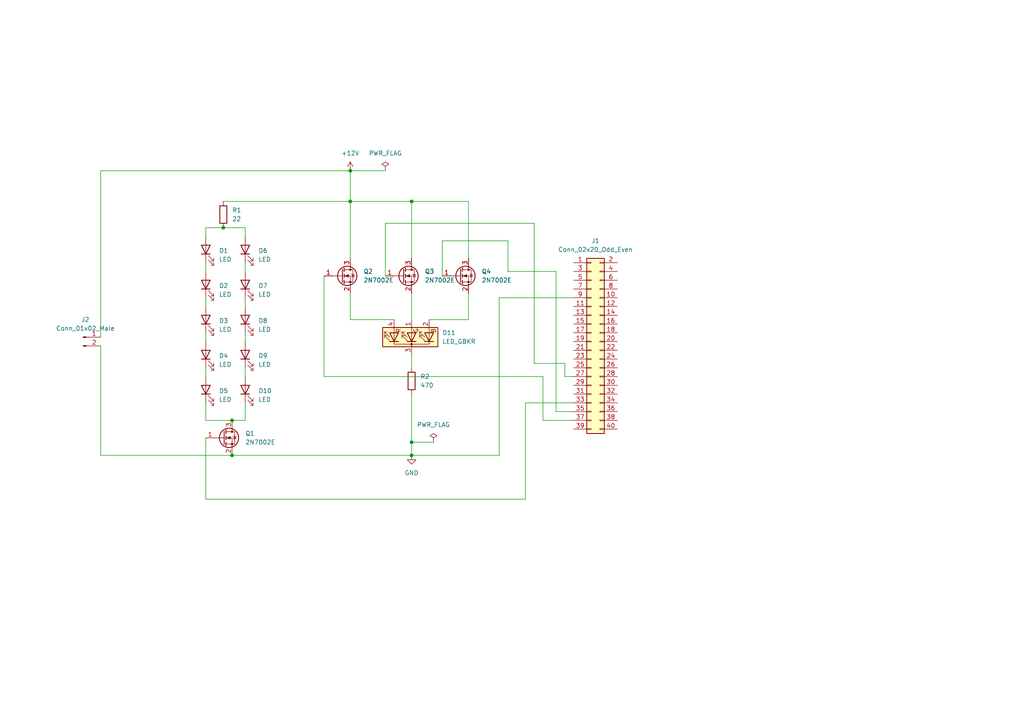
<source format=kicad_sch>
(kicad_sch (version 20211123) (generator eeschema)
  (paper "A4")
  (lib_symbols
    (symbol "Connector:Conn_01x02_Male" (pin_names (offset 1.016) hide)
      (property "Reference" "J" (at 0 2.54 0))
      (property "Value" "Conn_01x02_Male" (at 0 -5.08 0))
      (symbol "Conn_01x02_Male_1_1"
        (polyline (pts (xy 1.27 -2.54) (xy 0.8636 -2.54)) (stroke (width 0.1524)))
        (polyline (pts (xy 1.27 0) (xy 0.8636 0)) (stroke (width 0.1524)))
        (rectangle (start 0.8636 -2.413) (end 0 -2.667) (stroke (width 0.1524)) (fill (type outline)))
        (rectangle (start 0.8636 0.127) (end 0 -0.127) (stroke (width 0.1524)) (fill (type outline)))
        (pin passive line (at 5.08 0 180) (length 3.81) (name "Pin_1") (number "1"))
        (pin passive line (at 5.08 -2.54 180) (length 3.81) (name "Pin_2") (number "2"))
      )
    )
    (symbol "Connector_Generic:Conn_02x20_Odd_Even" (pin_names (offset 1.016) hide)
      (property "Reference" "J" (at 1.27 25.4 0))
      (property "Value" "Conn_02x20_Odd_Even" (at 1.27 -27.94 0))
      (symbol "Conn_02x20_Odd_Even_1_1"
        (rectangle (start -1.27 -25.273) (end 0 -25.527) (stroke (width 0.1524)))
        (rectangle (start -1.27 -22.733) (end 0 -22.987) (stroke (width 0.1524)))
        (rectangle (start -1.27 -20.193) (end 0 -20.447) (stroke (width 0.1524)))
        (rectangle (start -1.27 -17.653) (end 0 -17.907) (stroke (width 0.1524)))
        (rectangle (start -1.27 -15.113) (end 0 -15.367) (stroke (width 0.1524)))
        (rectangle (start -1.27 -12.573) (end 0 -12.827) (stroke (width 0.1524)))
        (rectangle (start -1.27 -10.033) (end 0 -10.287) (stroke (width 0.1524)))
        (rectangle (start -1.27 -7.493) (end 0 -7.747) (stroke (width 0.1524)))
        (rectangle (start -1.27 -4.953) (end 0 -5.207) (stroke (width 0.1524)))
        (rectangle (start -1.27 -2.413) (end 0 -2.667) (stroke (width 0.1524)))
        (rectangle (start -1.27 0.127) (end 0 -0.127) (stroke (width 0.1524)))
        (rectangle (start -1.27 2.667) (end 0 2.413) (stroke (width 0.1524)))
        (rectangle (start -1.27 5.207) (end 0 4.953) (stroke (width 0.1524)))
        (rectangle (start -1.27 7.747) (end 0 7.493) (stroke (width 0.1524)))
        (rectangle (start -1.27 10.287) (end 0 10.033) (stroke (width 0.1524)))
        (rectangle (start -1.27 12.827) (end 0 12.573) (stroke (width 0.1524)))
        (rectangle (start -1.27 15.367) (end 0 15.113) (stroke (width 0.1524)))
        (rectangle (start -1.27 17.907) (end 0 17.653) (stroke (width 0.1524)))
        (rectangle (start -1.27 20.447) (end 0 20.193) (stroke (width 0.1524)))
        (rectangle (start -1.27 22.987) (end 0 22.733) (stroke (width 0.1524)))
        (rectangle (start -1.27 24.13) (end 3.81 -26.67) (stroke (width 0.254)) (fill (type background)))
        (rectangle (start 3.81 -25.273) (end 2.54 -25.527) (stroke (width 0.1524)))
        (rectangle (start 3.81 -22.733) (end 2.54 -22.987) (stroke (width 0.1524)))
        (rectangle (start 3.81 -20.193) (end 2.54 -20.447) (stroke (width 0.1524)))
        (rectangle (start 3.81 -17.653) (end 2.54 -17.907) (stroke (width 0.1524)))
        (rectangle (start 3.81 -15.113) (end 2.54 -15.367) (stroke (width 0.1524)))
        (rectangle (start 3.81 -12.573) (end 2.54 -12.827) (stroke (width 0.1524)))
        (rectangle (start 3.81 -10.033) (end 2.54 -10.287) (stroke (width 0.1524)))
        (rectangle (start 3.81 -7.493) (end 2.54 -7.747) (stroke (width 0.1524)))
        (rectangle (start 3.81 -4.953) (end 2.54 -5.207) (stroke (width 0.1524)))
        (rectangle (start 3.81 -2.413) (end 2.54 -2.667) (stroke (width 0.1524)))
        (rectangle (start 3.81 0.127) (end 2.54 -0.127) (stroke (width 0.1524)))
        (rectangle (start 3.81 2.667) (end 2.54 2.413) (stroke (width 0.1524)))
        (rectangle (start 3.81 5.207) (end 2.54 4.953) (stroke (width 0.1524)))
        (rectangle (start 3.81 7.747) (end 2.54 7.493) (stroke (width 0.1524)))
        (rectangle (start 3.81 10.287) (end 2.54 10.033) (stroke (width 0.1524)))
        (rectangle (start 3.81 12.827) (end 2.54 12.573) (stroke (width 0.1524)))
        (rectangle (start 3.81 15.367) (end 2.54 15.113) (stroke (width 0.1524)))
        (rectangle (start 3.81 17.907) (end 2.54 17.653) (stroke (width 0.1524)))
        (rectangle (start 3.81 20.447) (end 2.54 20.193) (stroke (width 0.1524)))
        (rectangle (start 3.81 22.987) (end 2.54 22.733) (stroke (width 0.1524)))
        (pin passive line (at -5.08 22.86 0) (length 3.81) (name "Pin_1") (number "1"))
        (pin passive line (at 7.62 12.7 180) (length 3.81) (name "Pin_10") (number "10"))
        (pin passive line (at -5.08 10.16 0) (length 3.81) (name "Pin_11") (number "11"))
        (pin passive line (at 7.62 10.16 180) (length 3.81) (name "Pin_12") (number "12"))
        (pin passive line (at -5.08 7.62 0) (length 3.81) (name "Pin_13") (number "13"))
        (pin passive line (at 7.62 7.62 180) (length 3.81) (name "Pin_14") (number "14"))
        (pin passive line (at -5.08 5.08 0) (length 3.81) (name "Pin_15") (number "15"))
        (pin passive line (at 7.62 5.08 180) (length 3.81) (name "Pin_16") (number "16"))
        (pin passive line (at -5.08 2.54 0) (length 3.81) (name "Pin_17") (number "17"))
        (pin passive line (at 7.62 2.54 180) (length 3.81) (name "Pin_18") (number "18"))
        (pin passive line (at -5.08 0 0) (length 3.81) (name "Pin_19") (number "19"))
        (pin passive line (at 7.62 22.86 180) (length 3.81) (name "Pin_2") (number "2"))
        (pin passive line (at 7.62 0 180) (length 3.81) (name "Pin_20") (number "20"))
        (pin passive line (at -5.08 -2.54 0) (length 3.81) (name "Pin_21") (number "21"))
        (pin passive line (at 7.62 -2.54 180) (length 3.81) (name "Pin_22") (number "22"))
        (pin passive line (at -5.08 -5.08 0) (length 3.81) (name "Pin_23") (number "23"))
        (pin passive line (at 7.62 -5.08 180) (length 3.81) (name "Pin_24") (number "24"))
        (pin passive line (at -5.08 -7.62 0) (length 3.81) (name "Pin_25") (number "25"))
        (pin passive line (at 7.62 -7.62 180) (length 3.81) (name "Pin_26") (number "26"))
        (pin passive line (at -5.08 -10.16 0) (length 3.81) (name "Pin_27") (number "27"))
        (pin passive line (at 7.62 -10.16 180) (length 3.81) (name "Pin_28") (number "28"))
        (pin passive line (at -5.08 -12.7 0) (length 3.81) (name "Pin_29") (number "29"))
        (pin passive line (at -5.08 20.32 0) (length 3.81) (name "Pin_3") (number "3"))
        (pin passive line (at 7.62 -12.7 180) (length 3.81) (name "Pin_30") (number "30"))
        (pin passive line (at -5.08 -15.24 0) (length 3.81) (name "Pin_31") (number "31"))
        (pin passive line (at 7.62 -15.24 180) (length 3.81) (name "Pin_32") (number "32"))
        (pin passive line (at -5.08 -17.78 0) (length 3.81) (name "Pin_33") (number "33"))
        (pin passive line (at 7.62 -17.78 180) (length 3.81) (name "Pin_34") (number "34"))
        (pin passive line (at -5.08 -20.32 0) (length 3.81) (name "Pin_35") (number "35"))
        (pin passive line (at 7.62 -20.32 180) (length 3.81) (name "Pin_36") (number "36"))
        (pin passive line (at -5.08 -22.86 0) (length 3.81) (name "Pin_37") (number "37"))
        (pin passive line (at 7.62 -22.86 180) (length 3.81) (name "Pin_38") (number "38"))
        (pin passive line (at -5.08 -25.4 0) (length 3.81) (name "Pin_39") (number "39"))
        (pin passive line (at 7.62 20.32 180) (length 3.81) (name "Pin_4") (number "4"))
        (pin passive line (at 7.62 -25.4 180) (length 3.81) (name "Pin_40") (number "40"))
        (pin passive line (at -5.08 17.78 0) (length 3.81) (name "Pin_5") (number "5"))
        (pin passive line (at 7.62 17.78 180) (length 3.81) (name "Pin_6") (number "6"))
        (pin passive line (at -5.08 15.24 0) (length 3.81) (name "Pin_7") (number "7"))
        (pin passive line (at 7.62 15.24 180) (length 3.81) (name "Pin_8") (number "8"))
        (pin passive line (at -5.08 12.7 0) (length 3.81) (name "Pin_9") (number "9"))
      )
    )
    (symbol "Device:LED" (pin_numbers hide) (pin_names (offset 1.016) hide)
      (property "Reference" "D" (at 0 2.54 0))
      (property "Value" "LED" (at 0 -2.54 0))
      (symbol "LED_0_1"
        (polyline (pts (xy -1.27 -1.27) (xy -1.27 1.27)) (stroke (width 0.254)))
        (polyline (pts (xy -1.27 0) (xy 1.27 0)))
        (polyline (pts (xy 1.27 -1.27) (xy 1.27 1.27) (xy -1.27 0) (xy 1.27 -1.27)) (stroke (width 0.254)))
        (polyline (pts (xy -3.048 -0.762) (xy -4.572 -2.286) (xy -3.81 -2.286) (xy -4.572 -2.286) (xy -4.572 -1.524)))
        (polyline (pts (xy -1.778 -0.762) (xy -3.302 -2.286) (xy -2.54 -2.286) (xy -3.302 -2.286) (xy -3.302 -1.524)))
      )
      (symbol "LED_1_1"
        (pin passive line (at -3.81 0 0) (length 2.54) (name "K") (number "1"))
        (pin passive line (at 3.81 0 180) (length 2.54) (name "A") (number "2"))
      )
    )
    (symbol "Device:LED_GBKR" (pin_names (offset 0) hide)
      (property "Reference" "D" (at 0 9.398 0))
      (property "Value" "LED_GBKR" (at 0 -8.89 0))
      (symbol "LED_GBKR_0_0"
        (text "B" (at 1.905 -6.35 0) (effects (font (size 1.27 1.27))))
        (text "G" (at 1.905 -1.27 0) (effects (font (size 1.27 1.27))))
        (text "R" (at 1.905 3.81 0) (effects (font (size 1.27 1.27))))
      )
      (symbol "LED_GBKR_0_1"
        (circle (center -2.032 0) (radius 0.254) (fill (type outline)))
        (polyline (pts (xy -1.27 -5.08) (xy 1.27 -5.08)))
        (polyline (pts (xy -1.27 -3.81) (xy -1.27 -6.35)) (stroke (width 0.254)))
        (polyline (pts (xy -1.27 0) (xy -2.54 0)))
        (polyline (pts (xy -1.27 1.27) (xy -1.27 -1.27)) (stroke (width 0.254)))
        (polyline (pts (xy -1.27 5.08) (xy 1.27 5.08)))
        (polyline (pts (xy -1.27 6.35) (xy -1.27 3.81)) (stroke (width 0.254)))
        (polyline (pts (xy 1.27 -5.08) (xy 2.54 -5.08)))
        (polyline (pts (xy 1.27 0) (xy -1.27 0)))
        (polyline (pts (xy 1.27 0) (xy 2.54 0)))
        (polyline (pts (xy 1.27 5.08) (xy 2.54 5.08)))
        (polyline (pts (xy -1.27 1.27) (xy -1.27 -1.27) (xy -1.27 -1.27)))
        (polyline (pts (xy -1.27 6.35) (xy -1.27 3.81) (xy -1.27 3.81)))
        (polyline (pts (xy -1.27 5.08) (xy -2.032 5.08) (xy -2.032 -5.08) (xy -1.016 -5.08)))
        (polyline (pts (xy 1.27 -3.81) (xy 1.27 -6.35) (xy -1.27 -5.08) (xy 1.27 -3.81)) (stroke (width 0.254)))
        (polyline (pts (xy 1.27 1.27) (xy 1.27 -1.27) (xy -1.27 0) (xy 1.27 1.27)) (stroke (width 0.254)))
        (polyline (pts (xy 1.27 6.35) (xy 1.27 3.81) (xy -1.27 5.08) (xy 1.27 6.35)) (stroke (width 0.254)))
        (polyline (pts (xy -1.016 -3.81) (xy 0.508 -2.286) (xy -0.254 -2.286) (xy 0.508 -2.286) (xy 0.508 -3.048)))
        (polyline (pts (xy -1.016 1.27) (xy 0.508 2.794) (xy -0.254 2.794) (xy 0.508 2.794) (xy 0.508 2.032)))
        (polyline (pts (xy -1.016 6.35) (xy 0.508 7.874) (xy -0.254 7.874) (xy 0.508 7.874) (xy 0.508 7.112)))
        (polyline (pts (xy 0 -3.81) (xy 1.524 -2.286) (xy 0.762 -2.286) (xy 1.524 -2.286) (xy 1.524 -3.048)))
        (polyline (pts (xy 0 1.27) (xy 1.524 2.794) (xy 0.762 2.794) (xy 1.524 2.794) (xy 1.524 2.032)))
        (polyline (pts (xy 0 6.35) (xy 1.524 7.874) (xy 0.762 7.874) (xy 1.524 7.874) (xy 1.524 7.112)))
        (rectangle (start 1.27 -1.27) (end 1.27 1.27))
        (rectangle (start 1.27 1.27) (end 1.27 1.27))
        (rectangle (start 1.27 3.81) (end 1.27 6.35))
        (rectangle (start 1.27 6.35) (end 1.27 6.35))
        (rectangle (start 2.794 8.382) (end -2.794 -7.62) (stroke (width 0.254)) (fill (type background)))
      )
      (symbol "LED_GBKR_1_1"
        (pin passive line (at 5.08 0 180) (length 2.54) (name "GA") (number "1"))
        (pin passive line (at 5.08 -5.08 180) (length 2.54) (name "BA") (number "2"))
        (pin passive line (at -5.08 0 0) (length 2.54) (name "K") (number "3"))
        (pin passive line (at 5.08 5.08 180) (length 2.54) (name "RA") (number "4"))
      )
    )
    (symbol "Device:R" (pin_numbers hide) (pin_names (offset 0))
      (property "Reference" "R" (at 2.032 0 90))
      (property "Value" "R" (at 0 0 90))
      (symbol "R_0_1"
        (rectangle (start -1.016 -2.54) (end 1.016 2.54) (stroke (width 0.254)))
      )
      (symbol "R_1_1"
        (pin passive line (at 0 3.81 270) (length 1.27) (name "~") (number "1"))
        (pin passive line (at 0 -3.81 90) (length 1.27) (name "~") (number "2"))
      )
    )
    (symbol "Transistor_FET:2N7002E" (pin_names hide)
      (property "Reference" "Q" (at 5.08 1.905 0))
      (property "Value" "2N7002E" (at 5.08 0 0))
      (symbol "2N7002E_0_1"
        (polyline (pts (xy 0.254 0) (xy -2.54 0)))
        (polyline (pts (xy 0.254 1.905) (xy 0.254 -1.905)) (stroke (width 0.254)))
        (polyline (pts (xy 0.762 -1.27) (xy 0.762 -2.286)) (stroke (width 0.254)))
        (polyline (pts (xy 0.762 0.508) (xy 0.762 -0.508)) (stroke (width 0.254)))
        (polyline (pts (xy 0.762 2.286) (xy 0.762 1.27)) (stroke (width 0.254)))
        (polyline (pts (xy 2.54 2.54) (xy 2.54 1.778)))
        (polyline (pts (xy 2.54 -2.54) (xy 2.54 0) (xy 0.762 0)))
        (polyline (pts (xy 0.762 -1.778) (xy 3.302 -1.778) (xy 3.302 1.778) (xy 0.762 1.778)))
        (polyline (pts (xy 1.016 0) (xy 2.032 0.381) (xy 2.032 -0.381) (xy 1.016 0)) (fill (type outline)))
        (polyline (pts (xy 2.794 0.508) (xy 2.921 0.381) (xy 3.683 0.381) (xy 3.81 0.254)))
        (polyline (pts (xy 3.302 0.381) (xy 2.921 -0.254) (xy 3.683 -0.254) (xy 3.302 0.381)))
        (circle (center 1.651 0) (radius 2.794) (stroke (width 0.254)))
        (circle (center 2.54 -1.778) (radius 0.254) (fill (type outline)))
        (circle (center 2.54 1.778) (radius 0.254) (fill (type outline)))
      )
      (symbol "2N7002E_1_1"
        (pin input line (at -5.08 0 0) (length 2.54) (name "G") (number "1"))
        (pin passive line (at 2.54 -5.08 90) (length 2.54) (name "S") (number "2"))
        (pin passive line (at 2.54 5.08 270) (length 2.54) (name "D") (number "3"))
      )
    )
    (symbol "power:+12V" (power) (pin_names (offset 0))
      (property "Value" "+12V" (at 0 3.556 0))
      (symbol "+12V_0_1"
        (polyline (pts (xy -0.762 1.27) (xy 0 2.54)))
        (polyline (pts (xy 0 0) (xy 0 2.54)))
        (polyline (pts (xy 0 2.54) (xy 0.762 1.27)))
      )
      (symbol "+12V_1_1"
        (pin power_in line (at 0 0 90) (length 0) hide (name "+12V") (number "1"))
      )
    )
    (symbol "power:GND" (power) (pin_names (offset 0))
      (property "Value" "GND" (at 0 -3.81 0))
      (symbol "GND_0_1"
        (polyline (pts (xy 0 0) (xy 0 -1.27) (xy 1.27 -1.27) (xy 0 -2.54) (xy -1.27 -1.27) (xy 0 -1.27)))
      )
      (symbol "GND_1_1"
        (pin power_in line (at 0 0 270) (length 0) hide (name "GND") (number "1"))
      )
    )
    (symbol "power:PWR_FLAG" (power) (pin_numbers hide) (pin_names (offset 0) hide)
      (property "Value" "PWR_FLAG" (at 0 3.81 0))
      (symbol "PWR_FLAG_0_0"
        (pin power_out line (at 0 0 90) (length 0) (name "pwr") (number "1"))
      )
      (symbol "PWR_FLAG_0_1"
        (polyline (pts (xy 0 0) (xy 0 1.27) (xy -1.016 1.905) (xy 0 2.54) (xy 1.016 1.905) (xy 0 1.27)))
      )
    )
  )
  (junction (at 119.38 132.08))
  (junction (at 119.38 128.27))
  (junction (at 67.31 121.92))
  (junction (at 64.77 66.04))
  (junction (at 119.38 58.42))
  (junction (at 101.6 58.42))
  (junction (at 67.31 132.08))
  (junction (at 101.6 49.53))
  (wire (pts (xy 152.4 144.78) (xy 59.69 144.78)))
  (wire (pts (xy 144.78 132.08) (xy 119.38 132.08)))
  (wire (pts (xy 59.69 116.84) (xy 59.69 121.92)))
  (wire (pts (xy 93.98 109.22) (xy 157.48 109.22)))
  (wire (pts (xy 119.38 58.42) (xy 119.38 74.93)))
  (wire (pts (xy 71.12 66.04) (xy 71.12 68.58)))
  (wire (pts (xy 59.69 96.52) (xy 59.69 99.06)))
  (wire (pts (xy 101.6 49.53) (xy 111.76 49.53)))
  (wire (pts (xy 29.21 100.33) (xy 29.21 132.08)))
  (wire (pts (xy 119.38 128.27) (xy 119.38 132.08)))
  (wire (pts (xy 93.98 109.22) (xy 93.98 80.01)))
  (wire (pts (xy 101.6 49.53) (xy 29.21 49.53)))
  (wire (pts (xy 71.12 116.84) (xy 71.12 121.92)))
  (wire (pts (xy 119.38 58.42) (xy 135.89 58.42)))
  (wire (pts (xy 119.38 114.3) (xy 119.38 128.27)))
  (wire (pts (xy 64.77 66.04) (xy 59.69 66.04)))
  (wire (pts (xy 111.76 64.77) (xy 154.94 64.77)))
  (wire (pts (xy 71.12 96.52) (xy 71.12 99.06)))
  (wire (pts (xy 163.83 105.41) (xy 163.83 109.22)))
  (wire (pts (xy 119.38 85.09) (xy 119.38 92.71)))
  (wire (pts (xy 157.48 121.92) (xy 166.37 121.92)))
  (wire (pts (xy 135.89 92.71) (xy 124.46 92.71)))
  (wire (pts (xy 154.94 105.41) (xy 163.83 105.41)))
  (wire (pts (xy 101.6 85.09) (xy 101.6 92.71)))
  (wire (pts (xy 147.32 78.74) (xy 147.32 69.85)))
  (wire (pts (xy 166.37 86.36) (xy 144.78 86.36)))
  (wire (pts (xy 71.12 86.36) (xy 71.12 88.9)))
  (wire (pts (xy 166.37 116.84) (xy 152.4 116.84)))
  (wire (pts (xy 161.29 78.74) (xy 161.29 119.38)))
  (wire (pts (xy 71.12 76.2) (xy 71.12 78.74)))
  (wire (pts (xy 147.32 78.74) (xy 161.29 78.74)))
  (wire (pts (xy 101.6 58.42) (xy 119.38 58.42)))
  (wire (pts (xy 147.32 69.85) (xy 128.27 69.85)))
  (wire (pts (xy 59.69 121.92) (xy 67.31 121.92)))
  (wire (pts (xy 125.73 128.27) (xy 119.38 128.27)))
  (wire (pts (xy 29.21 49.53) (xy 29.21 97.79)))
  (wire (pts (xy 67.31 132.08) (xy 119.38 132.08)))
  (wire (pts (xy 59.69 76.2) (xy 59.69 78.74)))
  (wire (pts (xy 59.69 86.36) (xy 59.69 88.9)))
  (wire (pts (xy 144.78 86.36) (xy 144.78 132.08)))
  (wire (pts (xy 154.94 64.77) (xy 154.94 105.41)))
  (wire (pts (xy 152.4 116.84) (xy 152.4 144.78)))
  (wire (pts (xy 128.27 69.85) (xy 128.27 80.01)))
  (wire (pts (xy 135.89 85.09) (xy 135.89 92.71)))
  (wire (pts (xy 163.83 109.22) (xy 166.37 109.22)))
  (wire (pts (xy 101.6 49.53) (xy 101.6 58.42)))
  (wire (pts (xy 157.48 109.22) (xy 157.48 121.92)))
  (wire (pts (xy 111.76 80.01) (xy 111.76 64.77)))
  (wire (pts (xy 29.21 132.08) (xy 67.31 132.08)))
  (wire (pts (xy 59.69 66.04) (xy 59.69 68.58)))
  (wire (pts (xy 59.69 144.78) (xy 59.69 127)))
  (wire (pts (xy 119.38 102.87) (xy 119.38 106.68)))
  (wire (pts (xy 59.69 106.68) (xy 59.69 109.22)))
  (wire (pts (xy 64.77 58.42) (xy 101.6 58.42)))
  (wire (pts (xy 71.12 121.92) (xy 67.31 121.92)))
  (wire (pts (xy 101.6 92.71) (xy 114.3 92.71)))
  (wire (pts (xy 71.12 106.68) (xy 71.12 109.22)))
  (wire (pts (xy 64.77 66.04) (xy 71.12 66.04)))
  (wire (pts (xy 161.29 119.38) (xy 166.37 119.38)))
  (wire (pts (xy 101.6 58.42) (xy 101.6 74.93)))
  (wire (pts (xy 135.89 58.42) (xy 135.89 74.93)))
  (symbol (lib_id "power:PWR_FLAG") (at 111.76 49.53 0) (unit 1)
    (property "Reference" "#FLG0101" (effects hide))
    (property "Value" "PWR_FLAG" (at 111.76 44.45 0))
  )
  (symbol (lib_id "Device:LED") (at 71.12 113.03 90) (unit 1)
    (property "Reference" "D10" (at 74.93 113.3474 90) (effects (justify right)))
    (property "Value" "LED" (at 74.93 115.8874 90) (effects (justify right)))
    (property "Footprint" "LED_SMD:LED_PLCC_2835_Handsoldering" (effects hide))
  )
  (symbol (lib_id "Device:LED") (at 71.12 92.71 90) (unit 1)
    (property "Reference" "D8" (at 74.93 93.0274 90) (effects (justify right)))
    (property "Value" "LED" (at 74.93 95.5674 90) (effects (justify right)))
    (property "Footprint" "LED_SMD:LED_PLCC_2835_Handsoldering" (effects hide))
  )
  (symbol (lib_id "Device:LED_GBKR") (at 119.38 97.79 90) (unit 1)
    (property "Reference" "D11" (at 128.27 96.5199 90) (effects (justify right)))
    (property "Value" "LED_GBKR" (at 128.27 99.0599 90) (effects (justify right)))
    (property "Footprint" "LED_THT:LED_D5.0mm-4_RGB_Staggered_Pins" (effects hide))
  )
  (symbol (lib_id "Connector_Generic:Conn_02x20_Odd_Even") (at 171.45 99.06 0) (unit 1)
    (property "Reference" "J1" (at 172.72 69.85 0))
    (property "Value" "Conn_02x20_Odd_Even" (at 172.72 72.39 0))
    (property "Footprint" "Connector_PinSocket_2.54mm:PinSocket_2x20_P2.54mm_Vertical" (effects hide))
  )
  (symbol (lib_id "power:GND") (at 119.38 132.08 0) (unit 1)
    (property "Reference" "#PWR0101" (effects hide))
    (property "Value" "GND" (at 119.38 137.16 0))
  )
  (symbol (lib_id "Connector:Conn_01x02_Male") (at 24.13 97.79 0) (unit 1)
    (property "Reference" "J2" (at 24.765 92.71 0))
    (property "Value" "Conn_01x02_Male" (at 24.765 95.25 0))
    (property "Footprint" "Connector_PinHeader_2.54mm:PinHeader_1x02_P2.54mm_Horizontal" (effects hide))
  )
  (symbol (lib_id "Device:LED") (at 71.12 72.39 90) (unit 1)
    (property "Reference" "D6" (at 74.93 72.7074 90) (effects (justify right)))
    (property "Value" "LED" (at 74.93 75.2474 90) (effects (justify right)))
    (property "Footprint" "LED_SMD:LED_PLCC_2835_Handsoldering" (effects hide))
  )
  (symbol (lib_id "power:+12V") (at 101.6 49.53 0) (unit 1)
    (property "Reference" "#PWR0102" (effects hide))
    (property "Value" "+12V" (at 101.6 44.45 0))
  )
  (symbol (lib_id "Device:R") (at 64.77 62.23 0) (unit 1)
    (property "Reference" "R1" (at 67.31 60.9599 0) (effects (justify left)))
    (property "Value" "22" (at 67.31 63.4999 0) (effects (justify left)))
    (property "Footprint" "Resistor_THT:R_Axial_DIN0207_L6.3mm_D2.5mm_P7.62mm_Horizontal" (effects hide))
  )
  (symbol (lib_id "Device:LED") (at 59.69 72.39 90) (unit 1)
    (property "Reference" "D1" (at 63.5 72.7074 90) (effects (justify right)))
    (property "Value" "LED" (at 63.5 75.2474 90) (effects (justify right)))
    (property "Footprint" "LED_SMD:LED_PLCC_2835_Handsoldering" (effects hide))
  )
  (symbol (lib_id "Device:LED") (at 59.69 82.55 90) (unit 1)
    (property "Reference" "D2" (at 63.5 82.8674 90) (effects (justify right)))
    (property "Value" "LED" (at 63.5 85.4074 90) (effects (justify right)))
    (property "Footprint" "LED_SMD:LED_PLCC_2835_Handsoldering" (effects hide))
  )
  (symbol (lib_id "Transistor_FET:2N7002E") (at 116.84 80.01 0) (unit 1)
    (property "Reference" "Q3" (at 123.19 78.7399 0) (effects (justify left)))
    (property "Value" "2N7002E" (at 123.19 81.2799 0) (effects (justify left)))
    (property "Footprint" "Package_TO_SOT_SMD:SOT-23" (effects hide))
    (property "Datasheet" "http://www.diodes.com/assets/Datasheets/ds30376.pdf" (effects hide))
  )
  (symbol (lib_id "Transistor_FET:2N7002E") (at 133.35 80.01 0) (unit 1)
    (property "Reference" "Q4" (at 139.7 78.7399 0) (effects (justify left)))
    (property "Value" "2N7002E" (at 139.7 81.2799 0) (effects (justify left)))
    (property "Footprint" "Package_TO_SOT_SMD:SOT-23" (effects hide))
    (property "Datasheet" "http://www.diodes.com/assets/Datasheets/ds30376.pdf" (effects hide))
  )
  (symbol (lib_id "Device:LED") (at 71.12 82.55 90) (unit 1)
    (property "Reference" "D7" (at 74.93 82.8674 90) (effects (justify right)))
    (property "Value" "LED" (at 74.93 85.4074 90) (effects (justify right)))
    (property "Footprint" "LED_SMD:LED_PLCC_2835_Handsoldering" (effects hide))
  )
  (symbol (lib_id "power:PWR_FLAG") (at 125.73 128.27 0) (unit 1)
    (property "Reference" "#FLG0102" (effects hide))
    (property "Value" "PWR_FLAG" (at 125.73 123.19 0))
  )
  (symbol (lib_id "Transistor_FET:2N7002E") (at 99.06 80.01 0) (unit 1)
    (property "Reference" "Q2" (at 105.41 78.7399 0) (effects (justify left)))
    (property "Value" "2N7002E" (at 105.41 81.2799 0) (effects (justify left)))
    (property "Footprint" "Package_TO_SOT_SMD:SOT-23" (effects hide))
    (property "Datasheet" "http://www.diodes.com/assets/Datasheets/ds30376.pdf" (effects hide))
  )
  (symbol (lib_id "Device:R") (at 119.38 110.49 0) (unit 1)
    (property "Reference" "R2" (at 121.92 109.2199 0) (effects (justify left)))
    (property "Value" "470" (at 121.92 111.7599 0) (effects (justify left)))
    (property "Footprint" "Resistor_THT:R_Axial_DIN0207_L6.3mm_D2.5mm_P7.62mm_Horizontal" (effects hide))
  )
  (symbol (lib_id "Device:LED") (at 59.69 92.71 90) (unit 1)
    (property "Reference" "D3" (at 63.5 93.0274 90) (effects (justify right)))
    (property "Value" "LED" (at 63.5 95.5674 90) (effects (justify right)))
    (property "Footprint" "LED_SMD:LED_PLCC_2835_Handsoldering" (effects hide))
  )
  (symbol (lib_id "Device:LED") (at 59.69 113.03 90) (unit 1)
    (property "Reference" "D5" (at 63.5 113.3474 90) (effects (justify right)))
    (property "Value" "LED" (at 63.5 115.8874 90) (effects (justify right)))
    (property "Footprint" "LED_SMD:LED_PLCC_2835_Handsoldering" (effects hide))
  )
  (symbol (lib_id "Transistor_FET:2N7002E") (at 64.77 127 0) (unit 1)
    (property "Reference" "Q1" (at 71.12 125.7299 0) (effects (justify left)))
    (property "Value" "2N7002E" (at 71.12 128.2699 0) (effects (justify left)))
    (property "Footprint" "Package_TO_SOT_SMD:SOT-23" (effects hide))
    (property "Datasheet" "http://www.diodes.com/assets/Datasheets/ds30376.pdf" (effects hide))
  )
  (symbol (lib_id "Device:LED") (at 59.69 102.87 90) (unit 1)
    (property "Reference" "D4" (at 63.5 103.1874 90) (effects (justify right)))
    (property "Value" "LED" (at 63.5 105.7274 90) (effects (justify right)))
    (property "Footprint" "LED_SMD:LED_PLCC_2835_Handsoldering" (effects hide))
  )
  (symbol (lib_id "Device:LED") (at 71.12 102.87 90) (unit 1)
    (property "Reference" "D9" (at 74.93 103.1874 90) (effects (justify right)))
    (property "Value" "LED" (at 74.93 105.7274 90) (effects (justify right)))
    (property "Footprint" "LED_SMD:LED_PLCC_2835_Handsoldering" (effects hide))
  )
)
</source>
